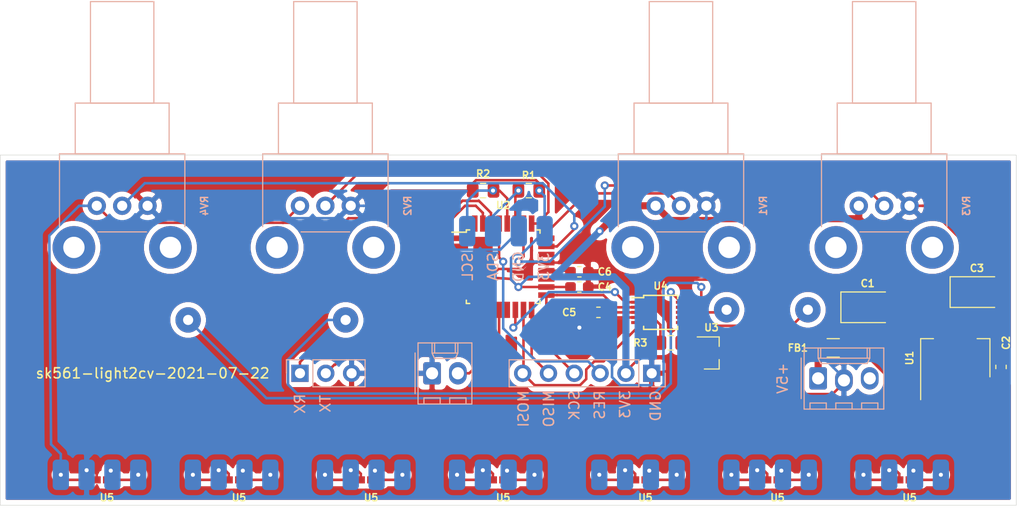
<source format=kicad_pcb>
(kicad_pcb (version 20171130) (host pcbnew "(5.1.5-0-10_14)")
  (layers (0 F.Cu signal) (31 B.Cu signal) (34 B.Paste user) (35 F.Paste user) (36 B.SilkS user) (37 F.SilkS user) (38 B.Mask user) (39 F.Mask user) (44 Edge.Cuts user))
  (net 0 "")
  (net 1 GND)
  (net 2 +5V)
  (net 3 +3V3)
  (net 4 "Net-(C6-Pad1)")
  (net 5 "Net-(FB1-Pad2)")
  (net 6 "Net-(J2-Pad2)")
  (net 7 "Net-(J3-Pad1)")
  (net 8 "Net-(J4-Pad2)")
  (net 9 "Net-(J4-Pad1)")
  (net 10 "Net-(J5-Pad1)")
  (net 11 "Net-(J6-Pad1)")
  (net 12 "Net-(J7-Pad1)")
  (net 13 /scl)
  (net 14 /sda)
  (net 15 "Net-(R3-Pad2)")
  (net 16 /b)
  (net 17 /c)
  (net 18 /d)
  (net 19 /a)
  (net 20 /reset)
  (net 21 /sck)
  (net 22 /miso)
  (net 23 /mosi)
  (net 24 /cs)
  (net 25 /scl_1)
  (net 26 /sda_1)
  (module anyma_footprints:smd-4pin (layer B.Cu) (at 154.5 146.5 270)
    (fp_text reference J9 hide)
    (fp_text value Conn_01x04)
    (pad 4 smd roundrect (at 0 -5.08 270) (size 3 1.6) (layers B.Cu B.Paste B.Mask))
    (pad 3 smd roundrect (at 0 -2.54 270) (size 3 1.6) (layers B.Cu B.Paste B.Mask))
    (pad 2 smd roundrect (at 0 0 270) (size 3 1.6) (layers B.Cu B.Paste B.Mask))
    (pad 1 smd roundrect (at 0 2.54 270) (size 3 1.6) (layers B.Cu B.Paste B.Mask))
  )
  (module anyma_footprints:VEML3328SL (layer F.Cu) (at 156 147)
    (fp_text reference U5 (at 0.5 1.75) (layer F.SilkS) (effects (font (size 0.7 0.7))))
    (fp_text value VEML3328)
    (pad 4 smd rect (at 1.4 0) (size 0.6 0.7) (layers F.Cu F.Paste F.Mask))
    (pad 3 smd rect (at 0.51 0) (size 0.8 0.7) (layers F.Cu F.Paste F.Mask))
    (pad 2 smd rect (at -0.51 0) (size 0.8 0.7) (layers F.Cu F.Paste F.Mask))
    (pad 1 smd rect (at -1.4 0) (size 0.6 0.7) (layers F.Cu F.Paste F.Mask))
  )
  (module anyma_footprints:VEML3328SL (layer F.Cu) (at 143 147)
    (fp_text reference U5 (at 0.5 1.75) (layer F.SilkS) (effects (font (size 0.7 0.7))))
    (fp_text value VEML3328)
    (pad 4 smd rect (at 1.4 0) (size 0.6 0.7) (layers F.Cu F.Paste F.Mask))
    (pad 3 smd rect (at 0.51 0) (size 0.8 0.7) (layers F.Cu F.Paste F.Mask))
    (pad 2 smd rect (at -0.51 0) (size 0.8 0.7) (layers F.Cu F.Paste F.Mask))
    (pad 1 smd rect (at -1.4 0) (size 0.6 0.7) (layers F.Cu F.Paste F.Mask))
  )
  (module anyma_footprints:smd-4pin (layer B.Cu) (at 141.5 146.5 270)
    (fp_text reference J9 hide)
    (fp_text value Conn_01x04)
    (pad 4 smd roundrect (at 0 -5.08 270) (size 3 1.6) (layers B.Cu B.Paste B.Mask))
    (pad 3 smd roundrect (at 0 -2.54 270) (size 3 1.6) (layers B.Cu B.Paste B.Mask))
    (pad 2 smd roundrect (at 0 0 270) (size 3 1.6) (layers B.Cu B.Paste B.Mask))
    (pad 1 smd roundrect (at 0 2.54 270) (size 3 1.6) (layers B.Cu B.Paste B.Mask))
  )
  (module anyma_footprints:VEML3328SL (layer F.Cu) (at 169 147)
    (fp_text reference U5 (at 0.5 1.75) (layer F.SilkS) (effects (font (size 0.7 0.7))))
    (fp_text value VEML3328)
    (pad 1 smd rect (at -1.4 0) (size 0.6 0.7) (layers F.Cu F.Paste F.Mask))
    (pad 2 smd rect (at -0.51 0) (size 0.8 0.7) (layers F.Cu F.Paste F.Mask))
    (pad 3 smd rect (at 0.51 0) (size 0.8 0.7) (layers F.Cu F.Paste F.Mask))
    (pad 4 smd rect (at 1.4 0) (size 0.6 0.7) (layers F.Cu F.Paste F.Mask))
  )
  (module anyma_footprints:smd-4pin (layer B.Cu) (at 167.5 146.5 270)
    (fp_text reference J9 hide)
    (fp_text value Conn_01x04)
    (pad 1 smd roundrect (at 0 2.54 270) (size 3 1.6) (layers B.Cu B.Paste B.Mask))
    (pad 2 smd roundrect (at 0 0 270) (size 3 1.6) (layers B.Cu B.Paste B.Mask))
    (pad 3 smd roundrect (at 0 -2.54 270) (size 3 1.6) (layers B.Cu B.Paste B.Mask))
    (pad 4 smd roundrect (at 0 -5.08 270) (size 3 1.6) (layers B.Cu B.Paste B.Mask))
  )
  (module anyma_footprints:VEML3328SL (layer F.Cu) (at 129 147)
    (fp_text reference U5 (at 0.5 1.75) (layer F.SilkS) (effects (font (size 0.7 0.7))))
    (fp_text value VEML3328)
    (pad 4 smd rect (at 1.4 0) (size 0.6 0.7) (layers F.Cu F.Paste F.Mask))
    (pad 3 smd rect (at 0.51 0) (size 0.8 0.7) (layers F.Cu F.Paste F.Mask))
    (pad 2 smd rect (at -0.51 0) (size 0.8 0.7) (layers F.Cu F.Paste F.Mask))
    (pad 1 smd rect (at -1.4 0) (size 0.6 0.7) (layers F.Cu F.Paste F.Mask))
  )
  (module anyma_footprints:smd-4pin (layer B.Cu) (at 127.5 146.5 270)
    (fp_text reference J9 hide)
    (fp_text value Conn_01x04)
    (pad 4 smd roundrect (at 0 -5.08 270) (size 3 1.6) (layers B.Cu B.Paste B.Mask))
    (pad 3 smd roundrect (at 0 -2.54 270) (size 3 1.6) (layers B.Cu B.Paste B.Mask))
    (pad 2 smd roundrect (at 0 0 270) (size 3 1.6) (layers B.Cu B.Paste B.Mask))
    (pad 1 smd roundrect (at 0 2.54 270) (size 3 1.6) (layers B.Cu B.Paste B.Mask))
  )
  (module anyma_footprints:VEML3328SL (layer F.Cu) (at 116 147)
    (fp_text reference U5 (at 0.5 1.75) (layer F.SilkS) (effects (font (size 0.7 0.7))))
    (fp_text value VEML3328)
    (pad 1 smd rect (at -1.4 0) (size 0.6 0.7) (layers F.Cu F.Paste F.Mask))
    (pad 2 smd rect (at -0.51 0) (size 0.8 0.7) (layers F.Cu F.Paste F.Mask))
    (pad 3 smd rect (at 0.51 0) (size 0.8 0.7) (layers F.Cu F.Paste F.Mask))
    (pad 4 smd rect (at 1.4 0) (size 0.6 0.7) (layers F.Cu F.Paste F.Mask))
  )
  (module anyma_footprints:smd-4pin (layer B.Cu) (at 114.5 146.5 270)
    (fp_text reference J9 hide)
    (fp_text value Conn_01x04)
    (pad 1 smd roundrect (at 0 2.54 270) (size 3 1.6) (layers B.Cu B.Paste B.Mask))
    (pad 2 smd roundrect (at 0 0 270) (size 3 1.6) (layers B.Cu B.Paste B.Mask))
    (pad 3 smd roundrect (at 0 -2.54 270) (size 3 1.6) (layers B.Cu B.Paste B.Mask))
    (pad 4 smd roundrect (at 0 -5.08 270) (size 3 1.6) (layers B.Cu B.Paste B.Mask))
  )
  (module anyma_footprints:VEML3328SL (layer F.Cu) (at 103 147)
    (fp_text reference U5 (at 0.5 1.75) (layer F.SilkS) (effects (font (size 0.7 0.7))))
    (fp_text value VEML3328)
    (pad 1 smd rect (at -1.4 0) (size 0.6 0.7) (layers F.Cu F.Paste F.Mask))
    (pad 2 smd rect (at -0.51 0) (size 0.8 0.7) (layers F.Cu F.Paste F.Mask))
    (pad 3 smd rect (at 0.51 0) (size 0.8 0.7) (layers F.Cu F.Paste F.Mask))
    (pad 4 smd rect (at 1.4 0) (size 0.6 0.7) (layers F.Cu F.Paste F.Mask))
  )
  (module anyma_footprints:smd-4pin (layer B.Cu) (at 101.5 146.5 270)
    (fp_text reference J9 hide)
    (fp_text value Conn_01x04)
    (pad 1 smd roundrect (at 0 2.54 270) (size 3 1.6) (layers B.Cu B.Paste B.Mask))
    (pad 2 smd roundrect (at 0 0 270) (size 3 1.6) (layers B.Cu B.Paste B.Mask))
    (pad 3 smd roundrect (at 0 -2.54 270) (size 3 1.6) (layers B.Cu B.Paste B.Mask))
    (pad 4 smd roundrect (at 0 -5.08 270) (size 3 1.6) (layers B.Cu B.Paste B.Mask))
  )
  (module Connector_PinHeader_2.54mm:PinHeader_1x06_P2.54mm_Vertical (layer B.Cu) (at 144.12 136.5 90)
    (fp_text reference U7 hide)
    (fp_text value AnymaISP)
    (pad 6 thru_hole oval (at 0 -12.7 90) (size 1.7 1.7) (drill 1) (layers *.Cu *.Mask) (net 23 /mosi))
    (pad 5 thru_hole oval (at 0 -10.16 90) (size 1.7 1.7) (drill 1) (layers *.Cu *.Mask) (net 22 /miso))
    (pad 4 thru_hole oval (at 0 -7.62 90) (size 1.7 1.7) (drill 1) (layers *.Cu *.Mask) (net 21 /sck))
    (pad 3 thru_hole oval (at 0 -5.08 90) (size 1.7 1.7) (drill 1) (layers *.Cu *.Mask) (net 20 /reset))
    (pad 2 thru_hole oval (at 0 -2.54 90) (size 1.7 1.7) (drill 1) (layers *.Cu *.Mask) (net 3 +3V3))
    (pad 1 thru_hole rect (at 0 0 90) (size 1.7 1.7) (drill 1) (layers *.Cu *.Mask) (net 1 GND))
  )
  (module anyma_footprints:VEML3328SL (layer F.Cu) (at 90 147)
    (fp_text reference U5 (at 0.5 1.75) (layer F.SilkS) (effects (font (size 0.7 0.7))))
    (fp_text value VEML3328)
    (pad 4 smd rect (at 1.4 0) (size 0.6 0.7) (layers F.Cu F.Paste F.Mask) (net 13 /scl))
    (pad 3 smd rect (at 0.51 0) (size 0.8 0.7) (layers F.Cu F.Paste F.Mask) (net 14 /sda))
    (pad 2 smd rect (at -0.51 0) (size 0.8 0.7) (layers F.Cu F.Paste F.Mask) (net 1 GND))
    (pad 1 smd rect (at -1.4 0) (size 0.6 0.7) (layers F.Cu F.Paste F.Mask) (net 3 +3V3))
  )
  (module Package_SO:MSOP-10_3x3mm_P0.5mm (layer F.Cu) (at 145 130.5)
    (fp_text reference U4 (at 0 -2.6) (layer F.SilkS) (effects (font (size 0.7 0.7))))
    (fp_text value MAX5741)
    (pad 10 smd rect (at 2.2 -1) (size 1.4 0.3) (layers F.Cu F.Paste F.Mask) (net 12 "Net-(J7-Pad1)"))
    (pad 9 smd rect (at 2.2 -0.5) (size 1.4 0.3) (layers F.Cu F.Paste F.Mask) (net 11 "Net-(J6-Pad1)"))
    (pad 8 smd rect (at 2.2 0) (size 1.4 0.3) (layers F.Cu F.Paste F.Mask) (net 10 "Net-(J5-Pad1)"))
    (pad 7 smd rect (at 2.2 0.5) (size 1.4 0.3) (layers F.Cu F.Paste F.Mask) (net 7 "Net-(J3-Pad1)"))
    (pad 6 smd rect (at 2.2 1) (size 1.4 0.3) (layers F.Cu F.Paste F.Mask) (net 15 "Net-(R3-Pad2)"))
    (pad 5 smd rect (at -2.2 1) (size 1.4 0.3) (layers F.Cu F.Paste F.Mask) (net 23 /mosi))
    (pad 4 smd rect (at -2.2 0.5) (size 1.4 0.3) (layers F.Cu F.Paste F.Mask) (net 1 GND))
    (pad 3 smd rect (at -2.2 0) (size 1.4 0.3) (layers F.Cu F.Paste F.Mask) (net 3 +3V3))
    (pad 2 smd rect (at -2.2 -0.5) (size 1.4 0.3) (layers F.Cu F.Paste F.Mask) (net 21 /sck))
    (pad 1 smd rect (at -2.2 -1) (size 1.4 0.3) (layers F.Cu F.Paste F.Mask) (net 24 /cs))
  )
  (module synkie_footprints:SOT-23 (layer F.Cu) (at 150 134.5)
    (fp_text reference U3 (at 0 -2.5) (layer F.SilkS) (effects (font (size 0.7 0.7))))
    (fp_text value ADR510)
    (pad 3 smd rect (at 1 0) (size 0.9 0.8) (layers F.Cu F.Paste F.Mask))
    (pad 2 smd rect (at -1 0.95) (size 0.9 0.8) (layers F.Cu F.Paste F.Mask) (net 1 GND))
    (pad 1 smd rect (at -1 -0.95) (size 0.9 0.8) (layers F.Cu F.Paste F.Mask) (net 15 "Net-(R3-Pad2)"))
  )
  (module Package_QFP:TQFP-32_7x7mm_P0.8mm (layer F.Cu) (at 129.5 126)
    (fp_text reference U2 (at 0 -6.05) (layer F.SilkS) (effects (font (size 0.7 0.7))))
    (fp_text value ATmega88-20AU)
    (pad 32 smd rect (at -2.8 -4.25 90) (size 1.6 0.55) (layers F.Cu F.Paste F.Mask))
    (pad 31 smd rect (at -2 -4.25 90) (size 1.6 0.55) (layers F.Cu F.Paste F.Mask) (net 8 "Net-(J4-Pad2)"))
    (pad 30 smd rect (at -1.2 -4.25 90) (size 1.6 0.55) (layers F.Cu F.Paste F.Mask) (net 9 "Net-(J4-Pad1)"))
    (pad 29 smd rect (at -0.4 -4.25 90) (size 1.6 0.55) (layers F.Cu F.Paste F.Mask) (net 20 /reset))
    (pad 28 smd rect (at 0.4 -4.25 90) (size 1.6 0.55) (layers F.Cu F.Paste F.Mask) (net 25 /scl_1))
    (pad 27 smd rect (at 1.2 -4.25 90) (size 1.6 0.55) (layers F.Cu F.Paste F.Mask) (net 26 /sda_1))
    (pad 26 smd rect (at 2 -4.25 90) (size 1.6 0.55) (layers F.Cu F.Paste F.Mask) (net 18 /d))
    (pad 25 smd rect (at 2.8 -4.25 90) (size 1.6 0.55) (layers F.Cu F.Paste F.Mask) (net 17 /c))
    (pad 24 smd rect (at 4.25 -2.8) (size 1.6 0.55) (layers F.Cu F.Paste F.Mask) (net 16 /b))
    (pad 23 smd rect (at 4.25 -2) (size 1.6 0.55) (layers F.Cu F.Paste F.Mask) (net 19 /a))
    (pad 22 smd rect (at 4.25 -1.2) (size 1.6 0.55) (layers F.Cu F.Paste F.Mask))
    (pad 21 smd rect (at 4.25 -0.4) (size 1.6 0.55) (layers F.Cu F.Paste F.Mask) (net 1 GND))
    (pad 20 smd rect (at 4.25 0.4) (size 1.6 0.55) (layers F.Cu F.Paste F.Mask) (net 4 "Net-(C6-Pad1)"))
    (pad 19 smd rect (at 4.25 1.2) (size 1.6 0.55) (layers F.Cu F.Paste F.Mask))
    (pad 18 smd rect (at 4.25 2) (size 1.6 0.55) (layers F.Cu F.Paste F.Mask) (net 3 +3V3))
    (pad 17 smd rect (at 4.25 2.8) (size 1.6 0.55) (layers F.Cu F.Paste F.Mask) (net 21 /sck))
    (pad 16 smd rect (at 2.8 4.25 90) (size 1.6 0.55) (layers F.Cu F.Paste F.Mask) (net 22 /miso))
    (pad 15 smd rect (at 2 4.25 90) (size 1.6 0.55) (layers F.Cu F.Paste F.Mask) (net 23 /mosi))
    (pad 14 smd rect (at 1.2 4.25 90) (size 1.6 0.55) (layers F.Cu F.Paste F.Mask) (net 24 /cs))
    (pad 13 smd rect (at 0.4 4.25 90) (size 1.6 0.55) (layers F.Cu F.Paste F.Mask))
    (pad 12 smd rect (at -0.4 4.25 90) (size 1.6 0.55) (layers F.Cu F.Paste F.Mask) (net 6 "Net-(J2-Pad2)"))
    (pad 11 smd rect (at -1.2 4.25 90) (size 1.6 0.55) (layers F.Cu F.Paste F.Mask))
    (pad 10 smd rect (at -2 4.25 90) (size 1.6 0.55) (layers F.Cu F.Paste F.Mask))
    (pad 9 smd rect (at -2.8 4.25 90) (size 1.6 0.55) (layers F.Cu F.Paste F.Mask))
    (pad 8 smd rect (at -4.25 2.8) (size 1.6 0.55) (layers F.Cu F.Paste F.Mask))
    (pad 7 smd rect (at -4.25 2) (size 1.6 0.55) (layers F.Cu F.Paste F.Mask))
    (pad 6 smd rect (at -4.25 1.2) (size 1.6 0.55) (layers F.Cu F.Paste F.Mask) (net 3 +3V3))
    (pad 5 smd rect (at -4.25 0.4) (size 1.6 0.55) (layers F.Cu F.Paste F.Mask) (net 1 GND))
    (pad 4 smd rect (at -4.25 -0.4) (size 1.6 0.55) (layers F.Cu F.Paste F.Mask) (net 3 +3V3))
    (pad 3 smd rect (at -4.25 -1.2) (size 1.6 0.55) (layers F.Cu F.Paste F.Mask) (net 1 GND))
    (pad 2 smd rect (at -4.25 -2) (size 1.6 0.55) (layers F.Cu F.Paste F.Mask))
    (pad 1 smd rect (at -4.25 -2.8) (size 1.6 0.55) (layers F.Cu F.Paste F.Mask))
  )
  (module Package_TO_SOT_SMD:SOT-223-3_TabPin2 (layer F.Cu) (at 174 135 90)
    (fp_text reference U1 (at 0 -4.5 90) (layer F.SilkS) (effects (font (size 0.7 0.7))))
    (fp_text value AZ1117-3.3)
    (pad 1 smd rect (at -3.15 -2.3 90) (size 2 1.5) (layers F.Cu F.Paste F.Mask) (net 1 GND))
    (pad 3 smd rect (at -3.15 2.3 90) (size 2 1.5) (layers F.Cu F.Paste F.Mask) (net 2 +5V))
    (pad 2 smd rect (at -3.15 0 90) (size 2 1.5) (layers F.Cu F.Paste F.Mask) (net 3 +3V3))
    (pad 2 smd rect (at 3.15 0 90) (size 2 3.8) (layers F.Cu F.Paste F.Mask) (net 3 +3V3))
  )
  (module synkie_footprints:Potentiometer_Alps_RK09L_Single_Horizontal (layer B.Cu) (at 89.5 120 90)
    (fp_text reference RV4 (at 0 10.6 270) (layer B.SilkS) (effects (font (size 0.7 0.7)) (justify mirror)))
    (fp_text value R_POT)
    (pad "" thru_hole circle (at -4.1 -2.25 90) (size 4.2 4.2) (drill 2.1) (layers *.Cu *.Mask))
    (pad "" thru_hole circle (at -4.1 7.25 90) (size 4.2 4.2) (drill 2.1) (layers *.Cu *.Mask))
    (pad 1 thru_hole circle (at 0 0 90) (size 1.8 1.8) (drill 1) (layers *.Cu *.Mask) (net 3 +3V3))
    (pad 2 thru_hole circle (at 0 2.5 90) (size 1.8 1.8) (drill 1) (layers *.Cu *.Mask) (net 19 /a))
    (pad 3 thru_hole circle (at 0 5 90) (size 1.8 1.8) (drill 1) (layers *.Cu *.Mask) (net 1 GND))
  )
  (module synkie_footprints:Potentiometer_Alps_RK09L_Single_Horizontal (layer B.Cu) (at 164.5 120 90)
    (fp_text reference RV3 (at 0 10.6 270) (layer B.SilkS) (effects (font (size 0.7 0.7)) (justify mirror)))
    (fp_text value R_POT)
    (pad "" thru_hole circle (at -4.1 -2.25 90) (size 4.2 4.2) (drill 2.1) (layers *.Cu *.Mask))
    (pad "" thru_hole circle (at -4.1 7.25 90) (size 4.2 4.2) (drill 2.1) (layers *.Cu *.Mask))
    (pad 1 thru_hole circle (at 0 0 90) (size 1.8 1.8) (drill 1) (layers *.Cu *.Mask) (net 3 +3V3))
    (pad 2 thru_hole circle (at 0 2.5 90) (size 1.8 1.8) (drill 1) (layers *.Cu *.Mask) (net 18 /d))
    (pad 3 thru_hole circle (at 0 5 90) (size 1.8 1.8) (drill 1) (layers *.Cu *.Mask) (net 1 GND))
  )
  (module synkie_footprints:Potentiometer_Alps_RK09L_Single_Horizontal (layer B.Cu) (at 109.5 120 90)
    (fp_text reference RV2 (at 0 10.6 270) (layer B.SilkS) (effects (font (size 0.7 0.7)) (justify mirror)))
    (fp_text value R_POT)
    (pad "" thru_hole circle (at -4.1 -2.25 90) (size 4.2 4.2) (drill 2.1) (layers *.Cu *.Mask))
    (pad "" thru_hole circle (at -4.1 7.25 90) (size 4.2 4.2) (drill 2.1) (layers *.Cu *.Mask))
    (pad 1 thru_hole circle (at 0 0 90) (size 1.8 1.8) (drill 1) (layers *.Cu *.Mask) (net 3 +3V3))
    (pad 2 thru_hole circle (at 0 2.5 90) (size 1.8 1.8) (drill 1) (layers *.Cu *.Mask) (net 17 /c))
    (pad 3 thru_hole circle (at 0 5 90) (size 1.8 1.8) (drill 1) (layers *.Cu *.Mask) (net 1 GND))
  )
  (module synkie_footprints:Potentiometer_Alps_RK09L_Single_Horizontal (layer B.Cu) (at 144.5 120 90)
    (fp_text reference RV1 (at 0 10.6 270) (layer B.SilkS) (effects (font (size 0.7 0.7)) (justify mirror)))
    (fp_text value R_POT)
    (pad "" thru_hole circle (at -4.1 -2.25 90) (size 4.2 4.2) (drill 2.1) (layers *.Cu *.Mask))
    (pad "" thru_hole circle (at -4.1 7.25 90) (size 4.2 4.2) (drill 2.1) (layers *.Cu *.Mask))
    (pad 1 thru_hole circle (at 0 0 90) (size 1.8 1.8) (drill 1) (layers *.Cu *.Mask) (net 3 +3V3))
    (pad 2 thru_hole circle (at 0 2.5 90) (size 1.8 1.8) (drill 1) (layers *.Cu *.Mask) (net 16 /b))
    (pad 3 thru_hole circle (at 0 5 90) (size 1.8 1.8) (drill 1) (layers *.Cu *.Mask) (net 1 GND))
  )
  (module synkie_footprints:R_0805_2012Metric_Pad1.15x1.40mm_HandSolder (layer F.Cu) (at 146 133.5)
    (fp_text reference R3 (at -3 0) (layer F.SilkS) (effects (font (size 0.7 0.7))))
    (fp_text value 560)
    (pad 2 smd roundrect (at 1.025 0) (size 1.15 1.4) (layers F.Cu F.Paste F.Mask) (roundrect_rratio 0.217391) (net 15 "Net-(R3-Pad2)"))
    (pad 1 smd roundrect (at -1.025 0) (size 1.15 1.4) (layers F.Cu F.Paste F.Mask) (roundrect_rratio 0.217391) (net 3 +3V3))
  )
  (module synkie_footprints:R_0805_2012Metric_Pad1.15x1.40mm_HandSolder (layer F.Cu) (at 127.525 118.5)
    (fp_text reference R2 (at 0 -1.65) (layer F.SilkS) (effects (font (size 0.7 0.7))))
    (fp_text value 4k7)
    (pad 2 smd roundrect (at 1.025 0) (size 1.15 1.4) (layers F.Cu F.Paste F.Mask) (roundrect_rratio 0.217391) (net 25 /scl_1))
    (pad 1 smd roundrect (at -1.025 0) (size 1.15 1.4) (layers F.Cu F.Paste F.Mask) (roundrect_rratio 0.217391) (net 3 +3V3))
  )
  (module synkie_footprints:R_0805_2012Metric_Pad1.15x1.40mm_HandSolder (layer F.Cu) (at 132.025 118.5 180)
    (fp_text reference R1 (at 0 1.5) (layer F.SilkS) (effects (font (size 0.7 0.7))))
    (fp_text value 4k7)
    (pad 2 smd roundrect (at 1.025 0 180) (size 1.15 1.4) (layers F.Cu F.Paste F.Mask) (roundrect_rratio 0.217391) (net 26 /sda_1))
    (pad 1 smd roundrect (at -1.025 0 180) (size 1.15 1.4) (layers F.Cu F.Paste F.Mask) (roundrect_rratio 0.217391) (net 3 +3V3))
  )
  (module anyma_footprints:smd-4pin (layer B.Cu) (at 88.5 146.5 270)
    (fp_text reference J9 hide)
    (fp_text value Conn_01x04)
    (pad 4 smd roundrect (at 0 -5.08 270) (size 3 1.6) (layers B.Cu B.Paste B.Mask) (net 13 /scl))
    (pad 3 smd roundrect (at 0 -2.54 270) (size 3 1.6) (layers B.Cu B.Paste B.Mask) (net 14 /sda))
    (pad 2 smd roundrect (at 0 0 270) (size 3 1.6) (layers B.Cu B.Paste B.Mask) (net 1 GND))
    (pad 1 smd roundrect (at 0 2.54 270) (size 3 1.6) (layers B.Cu B.Paste B.Mask) (net 3 +3V3))
  )
  (module anyma_footprints:smd-4pin (layer B.Cu) (at 131.04 122.5 90)
    (fp_text reference J8 hide)
    (fp_text value int)
    (pad 4 smd roundrect (at 0 -5.08 90) (size 3 1.6) (layers B.Cu B.Paste B.Mask) (net 25 /scl_1))
    (pad 3 smd roundrect (at 0 -2.54 90) (size 3 1.6) (layers B.Cu B.Paste B.Mask) (net 26 /sda_1))
    (pad 2 smd roundrect (at 0 0 90) (size 3 1.6) (layers B.Cu B.Paste B.Mask) (net 1 GND))
    (pad 1 smd roundrect (at 0 2.54 90) (size 3 1.6) (layers B.Cu B.Paste B.Mask) (net 3 +3V3))
  )
  (module synkie_footprints:Solderpad_1mm (layer F.Cu) (at 99 131.5)
    (fp_text reference J7 hide)
    (fp_text value Conn_01x01)
    (pad 1 thru_hole circle (at -0.508 -0.254) (size 2.5 2.5) (drill 1) (layers *.Cu *.Mask) (net 12 "Net-(J7-Pad1)"))
  )
  (module synkie_footprints:Solderpad_1mm (layer F.Cu) (at 114.5 131.5)
    (fp_text reference J6 hide)
    (fp_text value Conn_01x01)
    (pad 1 thru_hole circle (at -0.508 -0.254) (size 2.5 2.5) (drill 1) (layers *.Cu *.Mask) (net 11 "Net-(J6-Pad1)"))
  )
  (module synkie_footprints:Solderpad_1mm (layer F.Cu) (at 152 130.5)
    (fp_text reference J5 hide)
    (fp_text value Conn_01x01)
    (pad 1 thru_hole circle (at -0.508 -0.254) (size 2.5 2.5) (drill 1) (layers *.Cu *.Mask) (net 10 "Net-(J5-Pad1)"))
  )
  (module synkie_footprints:PinHeader_1x03_P2.54mm_Vertical (layer B.Cu) (at 109.5 136.5 270)
    (fp_text reference J4 hide)
    (fp_text value Serial)
    (pad 3 thru_hole oval (at 0 -5.08 270) (size 1.7 1.7) (drill 1) (layers *.Cu *.Mask) (net 1 GND))
    (pad 2 thru_hole oval (at 0 -2.54 270) (size 1.7 1.7) (drill 1) (layers *.Cu *.Mask) (net 8 "Net-(J4-Pad2)"))
    (pad 1 thru_hole rect (at 0 0 270) (size 1.7 1.7) (drill 1) (layers *.Cu *.Mask) (net 9 "Net-(J4-Pad1)"))
  )
  (module synkie_footprints:Solderpad_1mm (layer F.Cu) (at 160 130.5)
    (fp_text reference J3 hide)
    (fp_text value Conn_01x01)
    (pad 1 thru_hole circle (at -0.508 -0.254) (size 2.5 2.5) (drill 1) (layers *.Cu *.Mask) (net 7 "Net-(J3-Pad1)"))
  )
  (module synkie_footprints:Molex_KK-254_AE-6410-02A_1x02_P2.54mm_Vertical (layer B.Cu) (at 122.5 136.5)
    (fp_text reference J2 hide)
    (fp_text value switch)
    (pad 2 thru_hole oval (at 2.54 0) (size 1.74 2.2) (drill 1.2) (layers *.Cu *.Mask) (net 6 "Net-(J2-Pad2)"))
    (pad 1 thru_hole roundrect (at 0 0) (size 1.74 2.2) (drill 1.2) (layers *.Cu *.Mask) (roundrect_rratio 0.143678) (net 1 GND))
  )
  (module synkie_footprints:Molex_KK-254_AE-6410-03A_1x03_P2.54mm_Vertical (layer B.Cu) (at 160.5 137)
    (fp_text reference J1 hide)
    (fp_text value Conn_01x03)
    (pad 3 thru_hole oval (at 5.08 0) (size 1.74 2.2) (drill 1.2) (layers *.Cu *.Mask))
    (pad 2 thru_hole oval (at 2.54 0.2) (size 1.74 2.2) (drill 1.2) (layers *.Cu *.Mask) (net 1 GND))
    (pad 1 thru_hole roundrect (at 0 0) (size 1.74 2.2) (drill 1.2) (layers *.Cu *.Mask) (roundrect_rratio 0.143678) (net 5 "Net-(FB1-Pad2)"))
  )
  (module synkie_footprints:L_1206_3216Metric_Pad1.42x1.75mm_HandSolder (layer F.Cu) (at 161.9875 134 180)
    (fp_text reference FB1 (at 3.4875 0) (layer F.SilkS) (effects (font (size 0.7 0.7))))
    (fp_text value Ferrite_Bead)
    (pad 2 smd roundrect (at 1.4875 0 180) (size 1.425 1.75) (layers F.Cu F.Paste F.Mask) (roundrect_rratio 0.175439) (net 5 "Net-(FB1-Pad2)"))
    (pad 1 smd roundrect (at -1.4875 0 180) (size 1.425 1.75) (layers F.Cu F.Paste F.Mask) (roundrect_rratio 0.175439) (net 2 +5V))
  )
  (module synkie_footprints:C_0603_1608Metric_Pad1.05x0.95mm_HandSolder (layer F.Cu) (at 137 126.5)
    (fp_text reference C6 (at 2.5 0) (layer F.SilkS) (effects (font (size 0.7 0.7))))
    (fp_text value 100n)
    (pad 2 smd roundrect (at 0.875 0) (size 1.05 0.95) (layers F.Cu F.Paste F.Mask) (net 1 GND))
    (pad 1 smd roundrect (at -0.875 0) (size 1.05 0.95) (layers F.Cu F.Paste F.Mask) (net 4 "Net-(C6-Pad1)"))
  )
  (module synkie_footprints:C_0603_1608Metric_Pad1.05x0.95mm_HandSolder (layer F.Cu) (at 138.875 130.5 180)
    (fp_text reference C5 (at 2.875 0) (layer F.SilkS) (effects (font (size 0.7 0.7))))
    (fp_text value 100n)
    (pad 2 smd roundrect (at 0.875 0 180) (size 1.05 0.95) (layers F.Cu F.Paste F.Mask) (net 1 GND))
    (pad 1 smd roundrect (at -0.875 0 180) (size 1.05 0.95) (layers F.Cu F.Paste F.Mask) (net 3 +3V3))
  )
  (module synkie_footprints:C_0603_1608Metric_Pad1.05x0.95mm_HandSolder (layer F.Cu) (at 137 128)
    (fp_text reference C4 (at 2.5 0) (layer F.SilkS) (effects (font (size 0.7 0.7))))
    (fp_text value 100n)
    (pad 2 smd roundrect (at 0.875 0) (size 1.05 0.95) (layers F.Cu F.Paste F.Mask) (net 1 GND))
    (pad 1 smd roundrect (at -0.875 0) (size 1.05 0.95) (layers F.Cu F.Paste F.Mask) (net 3 +3V3))
  )
  (module synkie_footprints:CP_EIA-3528-21_Kemet-B_Pad1.50x2.35mm_HandSolder (layer F.Cu) (at 176.125 128.5)
    (fp_text reference C3 (at 0 -2.35) (layer F.SilkS) (effects (font (size 0.7 0.7))))
    (fp_text value 10u)
    (pad 2 smd roundrect (at 1.625 0) (size 1.5 2.35) (layers F.Cu F.Paste F.Mask) (roundrect_rratio 0.166667) (net 1 GND))
    (pad 1 smd roundrect (at -1.625 0) (size 1.5 2.35) (layers F.Cu F.Paste F.Mask) (roundrect_rratio 0.166667) (net 3 +3V3))
  )
  (module synkie_footprints:C_0603_1608Metric_Pad1.05x0.95mm_HandSolder (layer F.Cu) (at 178.5 135.875 90)
    (fp_text reference C2 (at 2.375 0.5 90) (layer F.SilkS) (effects (font (size 0.7 0.7))))
    (fp_text value 100n)
    (pad 2 smd roundrect (at 0.875 0 90) (size 1.05 0.95) (layers F.Cu F.Paste F.Mask) (net 1 GND))
    (pad 1 smd roundrect (at -0.875 0 90) (size 1.05 0.95) (layers F.Cu F.Paste F.Mask) (net 2 +5V))
  )
  (module synkie_footprints:CP_EIA-3528-21_Kemet-B_Pad1.50x2.35mm_HandSolder (layer F.Cu) (at 165.375 130)
    (fp_text reference C1 (at 0 -2.35) (layer F.SilkS) (effects (font (size 0.7 0.7))))
    (fp_text value 10u)
    (pad 2 smd roundrect (at 1.625 0) (size 1.5 2.35) (layers F.Cu F.Paste F.Mask) (roundrect_rratio 0.166667) (net 1 GND))
    (pad 1 smd roundrect (at -1.625 0) (size 1.5 2.35) (layers F.Cu F.Paste F.Mask) (roundrect_rratio 0.166667) (net 2 +5V))
  )
  (gr_line (start 180 115) (end 180 149.5) (layer Edge.Cuts) (width 0.05))
  (gr_line (start 80 115) (end 80 149.5) (layer Edge.Cuts) (width 0.05))
  (gr_text GND (at 144.5 139.714286 90) (layer B.SilkS) (effects (font (size 1 1)) (justify mirror)))
  (gr_text 3V3 (at 141.5 139.571429 90) (layer B.SilkS) (effects (font (size 1 1)) (justify mirror)))
  (gr_text RES (at 139 139.619048 90) (layer B.SilkS) (effects (font (size 1 1)) (justify mirror)))
  (gr_text SCK (at 136.5 139.666667 90) (layer B.SilkS) (effects (font (size 1 1)) (justify mirror)))
  (gr_text MISO (at 134 140 90) (layer B.SilkS) (effects (font (size 1 1)) (justify mirror)))
  (gr_text MOSI (at 131.5 140 90) (layer B.SilkS) (effects (font (size 1 1)) (justify mirror)))
  (gr_text 3V3 (at 133.5 126 90) (layer B.SilkS) (effects (font (size 1 1)) (justify mirror)))
  (gr_text GND (at 131 126 90) (layer B.SilkS) (effects (font (size 1 1)) (justify mirror)))
  (gr_text SDA (at 128.5 126 90) (layer B.SilkS) (effects (font (size 1 1)) (justify mirror)))
  (gr_text SCL (at 126 126 90) (layer B.SilkS) (effects (font (size 1 1)) (justify mirror)))
  (gr_text TX (at 112 139.5 90) (layer B.SilkS) (effects (font (size 1 1)) (justify mirror)))
  (gr_text RX (at 109.5 139.5 90) (layer B.SilkS) (effects (font (size 1 1)) (justify mirror)))
  (gr_text +5V (at 157 137 90) (layer B.SilkS) (effects (font (size 1 1)) (justify mirror)))
  (gr_text sk561-light2cv-2021-07-22 (at 95 136.5) (layer F.SilkS) (effects (font (size 1 1))))
  (gr_line (start 180 149.5) (end 80 149.5) (layer Edge.Cuts) (width 0.05))
  (gr_line (start 80 115) (end 180 115) (layer Edge.Cuts) (width 0.05))
  (segment (start 102.139998 146.049998) (end 101.5 146.049998) (width 0.25) (layer F.Cu) (net 0))
  (segment (start 102.49 147) (end 102.49 146.4) (width 0.25) (layer F.Cu) (net 0))
  (segment (start 102.49 146.4) (end 102.139998 146.049998) (width 0.25) (layer F.Cu) (net 0))
  (via (at 101.5 146.049998) (size 0.8) (drill 0.4) (layers F.Cu B.Cu) (net 0))
  (segment (start 101.6 147) (end 99.46 147) (width 0.25) (layer F.Cu) (net 0))
  (segment (start 99.46 147) (end 98.96 146.5) (width 0.25) (layer F.Cu) (net 0))
  (via (at 98.96 146.5) (size 0.8) (drill 0.4) (layers F.Cu B.Cu) (net 0))
  (segment (start 104.4 147) (end 106.08 147) (width 0.25) (layer F.Cu) (net 0))
  (via (at 106.58 146.5) (size 0.8) (drill 0.4) (layers F.Cu B.Cu) (net 0))
  (segment (start 106.08 147) (end 106.58 146.5) (width 0.25) (layer F.Cu) (net 0))
  (via (at 103.877165 146.092912) (size 0.8) (drill 0.4) (layers F.Cu B.Cu) (net 0))
  (segment (start 103.51 147) (end 103.51 146.460077) (width 0.25) (layer F.Cu) (net 0))
  (segment (start 103.51 146.460077) (end 103.877165 146.092912) (width 0.25) (layer F.Cu) (net 0))
  (via (at 127.5 146.049998) (size 0.8) (drill 0.4) (layers F.Cu B.Cu) (net 0))
  (via (at 129.877165 146.092912) (size 0.8) (drill 0.4) (layers F.Cu B.Cu) (net 0))
  (via (at 132.58 146.5) (size 0.8) (drill 0.4) (layers F.Cu B.Cu) (net 0))
  (segment (start 129.51 146.460077) (end 129.877165 146.092912) (width 0.25) (layer F.Cu) (net 0))
  (segment (start 128.49 146.4) (end 128.139998 146.049998) (width 0.25) (layer F.Cu) (net 0))
  (segment (start 128.49 147) (end 128.49 146.4) (width 0.25) (layer F.Cu) (net 0))
  (segment (start 129.51 147) (end 129.51 146.460077) (width 0.25) (layer F.Cu) (net 0))
  (segment (start 132.08 147) (end 132.58 146.5) (width 0.25) (layer F.Cu) (net 0))
  (segment (start 130.4 147) (end 132.08 147) (width 0.25) (layer F.Cu) (net 0))
  (segment (start 125.46 147) (end 124.96 146.5) (width 0.25) (layer F.Cu) (net 0))
  (segment (start 128.139998 146.049998) (end 127.5 146.049998) (width 0.25) (layer F.Cu) (net 0))
  (via (at 124.96 146.5) (size 0.8) (drill 0.4) (layers F.Cu B.Cu) (net 0))
  (segment (start 127.6 147) (end 125.46 147) (width 0.25) (layer F.Cu) (net 0))
  (segment (start 115.139998 146.049998) (end 114.5 146.049998) (width 0.25) (layer F.Cu) (net 0))
  (segment (start 115.49 147) (end 115.49 146.4) (width 0.25) (layer F.Cu) (net 0))
  (segment (start 115.49 146.4) (end 115.139998 146.049998) (width 0.25) (layer F.Cu) (net 0))
  (via (at 114.5 146.049998) (size 0.8) (drill 0.4) (layers F.Cu B.Cu) (net 0))
  (segment (start 114.6 147) (end 112.46 147) (width 0.25) (layer F.Cu) (net 0))
  (segment (start 112.46 147) (end 111.96 146.5) (width 0.25) (layer F.Cu) (net 0))
  (via (at 111.96 146.5) (size 0.8) (drill 0.4) (layers F.Cu B.Cu) (net 0))
  (segment (start 117.4 147) (end 119.08 147) (width 0.25) (layer F.Cu) (net 0))
  (via (at 119.58 146.5) (size 0.8) (drill 0.4) (layers F.Cu B.Cu) (net 0))
  (segment (start 119.08 147) (end 119.58 146.5) (width 0.25) (layer F.Cu) (net 0))
  (via (at 116.877165 146.092912) (size 0.8) (drill 0.4) (layers F.Cu B.Cu) (net 0))
  (segment (start 116.51 147) (end 116.51 146.460077) (width 0.25) (layer F.Cu) (net 0))
  (segment (start 116.51 146.460077) (end 116.877165 146.092912) (width 0.25) (layer F.Cu) (net 0))
  (via (at 172.58 146.5) (size 0.8) (drill 0.4) (layers F.Cu B.Cu) (net 0))
  (segment (start 168.139998 146.049998) (end 167.5 146.049998) (width 0.25) (layer F.Cu) (net 0))
  (segment (start 172.08 147) (end 172.58 146.5) (width 0.25) (layer F.Cu) (net 0))
  (segment (start 156.51 147) (end 156.51 146.460077) (width 0.25) (layer F.Cu) (net 0))
  (segment (start 168.49 146.4) (end 168.139998 146.049998) (width 0.25) (layer F.Cu) (net 0))
  (segment (start 167.6 147) (end 165.46 147) (width 0.25) (layer F.Cu) (net 0))
  (segment (start 170.4 147) (end 172.08 147) (width 0.25) (layer F.Cu) (net 0))
  (via (at 167.5 146.049998) (size 0.8) (drill 0.4) (layers F.Cu B.Cu) (net 0))
  (segment (start 168.49 147) (end 168.49 146.4) (width 0.25) (layer F.Cu) (net 0))
  (segment (start 154.6 147) (end 152.46 147) (width 0.25) (layer F.Cu) (net 0))
  (segment (start 165.46 147) (end 164.96 146.5) (width 0.25) (layer F.Cu) (net 0))
  (segment (start 159.08 147) (end 159.58 146.5) (width 0.25) (layer F.Cu) (net 0))
  (segment (start 169.51 146.460077) (end 169.877165 146.092912) (width 0.25) (layer F.Cu) (net 0))
  (segment (start 155.139998 146.049998) (end 154.5 146.049998) (width 0.25) (layer F.Cu) (net 0))
  (segment (start 155.49 147) (end 155.49 146.4) (width 0.25) (layer F.Cu) (net 0))
  (via (at 154.5 146.049998) (size 0.8) (drill 0.4) (layers F.Cu B.Cu) (net 0))
  (segment (start 155.49 146.4) (end 155.139998 146.049998) (width 0.25) (layer F.Cu) (net 0))
  (segment (start 156.51 146.460077) (end 156.877165 146.092912) (width 0.25) (layer F.Cu) (net 0))
  (via (at 151.96 146.5) (size 0.8) (drill 0.4) (layers F.Cu B.Cu) (net 0))
  (via (at 156.877165 146.092912) (size 0.8) (drill 0.4) (layers F.Cu B.Cu) (net 0))
  (via (at 159.58 146.5) (size 0.8) (drill 0.4) (layers F.Cu B.Cu) (net 0))
  (segment (start 157.4 147) (end 159.08 147) (width 0.25) (layer F.Cu) (net 0))
  (segment (start 152.46 147) (end 151.96 146.5) (width 0.25) (layer F.Cu) (net 0))
  (via (at 164.96 146.5) (size 0.8) (drill 0.4) (layers F.Cu B.Cu) (net 0))
  (via (at 169.877165 146.092912) (size 0.8) (drill 0.4) (layers F.Cu B.Cu) (net 0))
  (segment (start 169.51 147) (end 169.51 146.460077) (width 0.25) (layer F.Cu) (net 0))
  (via (at 141.5 146.049998) (size 0.8) (drill 0.4) (layers F.Cu B.Cu) (net 0))
  (via (at 143.877165 146.092912) (size 0.8) (drill 0.4) (layers F.Cu B.Cu) (net 0))
  (via (at 146.58 146.5) (size 0.8) (drill 0.4) (layers F.Cu B.Cu) (net 0))
  (segment (start 143.51 146.460077) (end 143.877165 146.092912) (width 0.25) (layer F.Cu) (net 0))
  (segment (start 142.49 146.4) (end 142.139998 146.049998) (width 0.25) (layer F.Cu) (net 0))
  (segment (start 142.49 147) (end 142.49 146.4) (width 0.25) (layer F.Cu) (net 0))
  (segment (start 143.51 147) (end 143.51 146.460077) (width 0.25) (layer F.Cu) (net 0))
  (segment (start 146.08 147) (end 146.58 146.5) (width 0.25) (layer F.Cu) (net 0))
  (segment (start 144.4 147) (end 146.08 147) (width 0.25) (layer F.Cu) (net 0))
  (segment (start 139.46 147) (end 138.96 146.5) (width 0.25) (layer F.Cu) (net 0))
  (segment (start 142.139998 146.049998) (end 141.5 146.049998) (width 0.25) (layer F.Cu) (net 0))
  (via (at 138.96 146.5) (size 0.8) (drill 0.4) (layers F.Cu B.Cu) (net 0))
  (segment (start 141.6 147) (end 139.46 147) (width 0.25) (layer F.Cu) (net 0))
  (via (at 88.5 146.049998) (size 0.8) (drill 0.4) (layers F.Cu B.Cu) (net 1))
  (segment (start 89.139998 146.049998) (end 88.5 146.049998) (width 0.25) (layer F.Cu) (net 1))
  (segment (start 89.49 146.4) (end 89.139998 146.049998) (width 0.25) (layer F.Cu) (net 1))
  (segment (start 89.49 147) (end 89.49 146.4) (width 0.25) (layer F.Cu) (net 1))
  (segment (start 137.875 126.025) (end 137.875 126.5) (width 0.25) (layer F.Cu) (net 1))
  (segment (start 137.45 125.6) (end 137.875 126.025) (width 0.25) (layer F.Cu) (net 1))
  (segment (start 133.75 125.6) (end 137.45 125.6) (width 0.25) (layer F.Cu) (net 1))
  (segment (start 137.875 126.5) (end 137.875 128) (width 0.25) (layer F.Cu) (net 1))
  (segment (start 148.6 136.5) (end 149 136.1) (width 0.25) (layer F.Cu) (net 1))
  (segment (start 149 136.1) (end 149 135.45) (width 0.25) (layer F.Cu) (net 1))
  (segment (start 144.12 136.5) (end 148.6 136.5) (width 0.25) (layer F.Cu) (net 1))
  (segment (start 171.7 134.7) (end 167 130) (width 0.25) (layer F.Cu) (net 1))
  (segment (start 171.7 138.15) (end 171.7 134.7) (width 0.25) (layer F.Cu) (net 1))
  (segment (start 163.01182 128.49999) (end 165.49999 128.49999) (width 0.25) (layer F.Cu) (net 1))
  (segment (start 162.43749 129.07432) (end 163.01182 128.49999) (width 0.25) (layer F.Cu) (net 1))
  (segment (start 165.49999 128.49999) (end 166.25 129.25) (width 0.25) (layer F.Cu) (net 1))
  (segment (start 162.43749 135.24749) (end 162.43749 129.07432) (width 0.25) (layer F.Cu) (net 1))
  (segment (start 163.04 135.85) (end 162.43749 135.24749) (width 0.25) (layer F.Cu) (net 1))
  (segment (start 163.04 137.2) (end 163.04 135.85) (width 0.25) (layer F.Cu) (net 1))
  (segment (start 144.12 137.6) (end 144.12 136.5) (width 0.25) (layer F.Cu) (net 1))
  (segment (start 161.92 138.55) (end 145.07 138.55) (width 0.25) (layer F.Cu) (net 1))
  (segment (start 163.04 137.43) (end 161.92 138.55) (width 0.25) (layer F.Cu) (net 1))
  (segment (start 145.07 138.55) (end 144.12 137.6) (width 0.25) (layer F.Cu) (net 1))
  (segment (start 163.04 137.2) (end 163.04 137.43) (width 0.25) (layer F.Cu) (net 1))
  (segment (start 150.399999 119.100001) (end 149.5 120) (width 0.25) (layer B.Cu) (net 1))
  (segment (start 150.725001 118.774999) (end 150.399999 119.100001) (width 0.25) (layer B.Cu) (net 1))
  (segment (start 115.772792 120) (end 114.5 120) (width 0.25) (layer B.Cu) (net 1))
  (segment (start 129.21499 124.32501) (end 120.564012 124.32501) (width 0.25) (layer B.Cu) (net 1))
  (segment (start 116.239002 120) (end 115.772792 120) (width 0.25) (layer B.Cu) (net 1))
  (segment (start 131.04 122.5) (end 129.21499 124.32501) (width 0.25) (layer B.Cu) (net 1))
  (segment (start 95.725001 121.225001) (end 95.399999 120.899999) (width 0.25) (layer B.Cu) (net 1))
  (segment (start 95.399999 120.899999) (end 94.5 120) (width 0.25) (layer B.Cu) (net 1))
  (segment (start 113.274999 121.225001) (end 95.725001 121.225001) (width 0.25) (layer B.Cu) (net 1))
  (segment (start 114.5 120) (end 113.274999 121.225001) (width 0.25) (layer B.Cu) (net 1))
  (segment (start 114.58 136.5) (end 122.5 136.5) (width 0.25) (layer B.Cu) (net 1))
  (segment (start 122.5 126) (end 120.5 124) (width 0.25) (layer B.Cu) (net 1))
  (segment (start 122.5 136.5) (end 122.5 126) (width 0.25) (layer B.Cu) (net 1))
  (segment (start 120.5 124) (end 116.239002 120) (width 0.25) (layer B.Cu) (net 1))
  (segment (start 120.564012 124.32501) (end 120.5 124) (width 0.25) (layer B.Cu) (net 1))
  (segment (start 149.5 121.272792) (end 149.5 120) (width 0.25) (layer B.Cu) (net 1))
  (segment (start 144.12 126.652792) (end 149.5 121.272792) (width 0.25) (layer B.Cu) (net 1))
  (segment (start 144.12 136.5) (end 144.12 126.652792) (width 0.25) (layer B.Cu) (net 1))
  (segment (start 163.04 136.97) (end 156 129.93) (width 0.25) (layer B.Cu) (net 1))
  (segment (start 156 129.93) (end 156 119) (width 0.25) (layer B.Cu) (net 1))
  (segment (start 163.04 137.2) (end 163.04 136.97) (width 0.25) (layer B.Cu) (net 1))
  (segment (start 156 119) (end 150.725001 118.774999) (width 0.25) (layer B.Cu) (net 1))
  (segment (start 177.75 134.725) (end 177.75 129.675) (width 0.25) (layer F.Cu) (net 1))
  (segment (start 177.75 129.675) (end 177.75 128.5) (width 0.25) (layer F.Cu) (net 1))
  (segment (start 178.025 135) (end 177.75 134.725) (width 0.25) (layer F.Cu) (net 1))
  (segment (start 178.5 135) (end 178.025 135) (width 0.25) (layer F.Cu) (net 1))
  (segment (start 170.772792 120) (end 169.5 120) (width 0.25) (layer F.Cu) (net 1))
  (segment (start 171.239002 120) (end 170.772792 120) (width 0.25) (layer F.Cu) (net 1))
  (segment (start 177.75 126.510998) (end 171.239002 120) (width 0.25) (layer F.Cu) (net 1))
  (segment (start 177.75 128.5) (end 177.75 126.510998) (width 0.25) (layer F.Cu) (net 1))
  (segment (start 138.32501 131.30001) (end 138 130.975) (width 0.25) (layer F.Cu) (net 1))
  (segment (start 140.2705 131.30001) (end 138.32501 131.30001) (width 0.25) (layer F.Cu) (net 1))
  (segment (start 138 130.975) (end 138 130.5) (width 0.25) (layer F.Cu) (net 1))
  (segment (start 140.57051 131) (end 140.2705 131.30001) (width 0.25) (layer F.Cu) (net 1))
  (segment (start 142.8 131) (end 140.57051 131) (width 0.25) (layer F.Cu) (net 1))
  (segment (start 166.25 129.25) (end 167 130) (width 0.25) (layer F.Cu) (net 1))
  (segment (start 139.174999 127.274999) (end 164.274999 127.274999) (width 0.25) (layer F.Cu) (net 1))
  (segment (start 164.274999 127.274999) (end 166.25 129.25) (width 0.25) (layer F.Cu) (net 1))
  (segment (start 138.4 126.5) (end 139.174999 127.274999) (width 0.25) (layer F.Cu) (net 1))
  (segment (start 137.875 126.5) (end 138.4 126.5) (width 0.25) (layer F.Cu) (net 1))
  (via (at 137 132) (size 0.8) (drill 0.4) (layers F.Cu B.Cu) (net 1))
  (segment (start 138 131) (end 137 132) (width 0.25) (layer F.Cu) (net 1))
  (segment (start 138 130.5) (end 138 131) (width 0.25) (layer F.Cu) (net 1))
  (segment (start 144.12 137.6) (end 144.12 136.5) (width 0.25) (layer B.Cu) (net 1))
  (segment (start 141.015999 137.675001) (end 144.044999 137.675001) (width 0.25) (layer B.Cu) (net 1))
  (segment (start 140.215001 136.874003) (end 141.015999 137.675001) (width 0.25) (layer B.Cu) (net 1))
  (segment (start 140.215001 135.215001) (end 140.215001 136.874003) (width 0.25) (layer B.Cu) (net 1))
  (segment (start 144.044999 137.675001) (end 144.12 137.6) (width 0.25) (layer B.Cu) (net 1))
  (segment (start 137 132) (end 140.215001 135.215001) (width 0.25) (layer B.Cu) (net 1))
  (segment (start 124.2 124.8) (end 124 125) (width 0.25) (layer F.Cu) (net 1))
  (segment (start 125.25 124.8) (end 124.2 124.8) (width 0.25) (layer F.Cu) (net 1))
  (segment (start 124.2 126.4) (end 125.25 126.4) (width 0.25) (layer F.Cu) (net 1))
  (segment (start 124 126.2) (end 124.2 126.4) (width 0.25) (layer F.Cu) (net 1))
  (segment (start 122.5 127.5) (end 122.5 136.5) (width 0.25) (layer F.Cu) (net 1))
  (segment (start 124 126) (end 122.5 127.5) (width 0.25) (layer F.Cu) (net 1))
  (segment (start 124 125) (end 124 126) (width 0.25) (layer F.Cu) (net 1))
  (segment (start 124 126) (end 124 126.2) (width 0.25) (layer F.Cu) (net 1))
  (segment (start 126.3 124.8) (end 125.25 124.8) (width 0.25) (layer F.Cu) (net 1))
  (segment (start 131.348001 126.225001) (end 127.725001 126.225001) (width 0.25) (layer F.Cu) (net 1))
  (segment (start 131.973002 125.6) (end 131.348001 126.225001) (width 0.25) (layer F.Cu) (net 1))
  (segment (start 127.725001 126.225001) (end 126.3 124.8) (width 0.25) (layer F.Cu) (net 1))
  (segment (start 133.75 125.6) (end 131.973002 125.6) (width 0.25) (layer F.Cu) (net 1))
  (segment (start 157 118) (end 156 119) (width 0.25) (layer B.Cu) (net 1))
  (segment (start 167.5 118) (end 157 118) (width 0.25) (layer B.Cu) (net 1))
  (segment (start 169.5 120) (end 167.5 118) (width 0.25) (layer B.Cu) (net 1))
  (segment (start 93.600001 120.899999) (end 94.5 120) (width 0.25) (layer B.Cu) (net 1))
  (segment (start 93.600001 139.899999) (end 93.600001 120.899999) (width 0.25) (layer B.Cu) (net 1))
  (segment (start 88.5 145) (end 93.600001 139.899999) (width 0.25) (layer B.Cu) (net 1))
  (segment (start 163.475 130.275) (end 163.75 130) (width 0.7) (layer F.Cu) (net 2))
  (segment (start 163.475 134) (end 163.475 130.275) (width 0.7) (layer F.Cu) (net 2))
  (segment (start 176.3 138.4) (end 176.3 138.15) (width 0.7) (layer F.Cu) (net 2))
  (segment (start 170.668197 139.85) (end 174.85 139.85) (width 0.7) (layer F.Cu) (net 2))
  (segment (start 174.85 139.85) (end 176.3 138.4) (width 0.7) (layer F.Cu) (net 2))
  (segment (start 164.818197 134) (end 170.668197 139.85) (width 0.7) (layer F.Cu) (net 2))
  (segment (start 163.475 134) (end 164.818197 134) (width 0.7) (layer F.Cu) (net 2))
  (segment (start 177.7 136.75) (end 176.3 138.15) (width 0.7) (layer F.Cu) (net 2))
  (segment (start 178.5 136.75) (end 177.7 136.75) (width 0.7) (layer F.Cu) (net 2))
  (via (at 85.96 146.5) (size 0.8) (drill 0.4) (layers F.Cu B.Cu) (net 3))
  (segment (start 86.46 147) (end 85.96 146.5) (width 0.25) (layer F.Cu) (net 3))
  (segment (start 88.6 147) (end 86.46 147) (width 0.25) (layer F.Cu) (net 3))
  (segment (start 133.58 119.03) (end 133.05 118.5) (width 0.25) (layer B.Cu) (net 3))
  (via (at 133.05 118.5) (size 0.8) (drill 0.4) (layers F.Cu B.Cu) (net 3))
  (segment (start 133.58 122.5) (end 133.58 119.03) (width 0.25) (layer B.Cu) (net 3))
  (segment (start 132.72499 117.47499) (end 133.05 117.8) (width 0.25) (layer F.Cu) (net 3))
  (segment (start 133.05 117.8) (end 133.05 118.5) (width 0.25) (layer F.Cu) (net 3))
  (segment (start 126.5 117.8) (end 126.82501 117.47499) (width 0.25) (layer F.Cu) (net 3))
  (segment (start 126.82501 117.47499) (end 132.72499 117.47499) (width 0.25) (layer F.Cu) (net 3))
  (segment (start 126.5 118.5) (end 126.5 117.8) (width 0.25) (layer F.Cu) (net 3))
  (segment (start 133.75 128) (end 136.125 128) (width 0.25) (layer F.Cu) (net 3))
  (segment (start 139.75 130.5) (end 142.8 130.5) (width 0.25) (layer F.Cu) (net 3))
  (segment (start 141.58 136.32) (end 141.58 136.5) (width 0.25) (layer F.Cu) (net 3))
  (segment (start 144.4 133.5) (end 141.58 136.32) (width 0.25) (layer F.Cu) (net 3))
  (segment (start 144.975 133.5) (end 144.4 133.5) (width 0.25) (layer F.Cu) (net 3))
  (segment (start 144.975 131.725) (end 144.975 132.8) (width 0.25) (layer F.Cu) (net 3))
  (segment (start 144.975 132.8) (end 144.975 133.5) (width 0.25) (layer F.Cu) (net 3))
  (segment (start 143.75 130.5) (end 144.975 131.725) (width 0.25) (layer F.Cu) (net 3))
  (segment (start 142.8 130.5) (end 143.75 130.5) (width 0.25) (layer F.Cu) (net 3))
  (segment (start 174 138.15) (end 174 131.85) (width 0.7) (layer F.Cu) (net 3))
  (segment (start 174 129) (end 174.5 128.5) (width 0.7) (layer F.Cu) (net 3))
  (segment (start 174 131.85) (end 174 129) (width 0.7) (layer F.Cu) (net 3))
  (segment (start 164.5 121.272792) (end 164.5 120) (width 0.7) (layer F.Cu) (net 3))
  (segment (start 171.727208 128.5) (end 164.5 121.272792) (width 0.7) (layer F.Cu) (net 3))
  (segment (start 174.5 128.5) (end 171.727208 128.5) (width 0.7) (layer F.Cu) (net 3))
  (segment (start 145.950001 121.450001) (end 145.399999 120.899999) (width 0.7) (layer F.Cu) (net 3))
  (segment (start 145.399999 120.899999) (end 144.5 120) (width 0.7) (layer F.Cu) (net 3))
  (segment (start 150.477997 121.450001) (end 145.950001 121.450001) (width 0.7) (layer F.Cu) (net 3))
  (segment (start 150.655206 121.272792) (end 150.477997 121.450001) (width 0.7) (layer F.Cu) (net 3))
  (segment (start 164.5 121.272792) (end 150.655206 121.272792) (width 0.7) (layer F.Cu) (net 3))
  (via (at 139 122.5) (size 0.8) (drill 0.4) (layers F.Cu B.Cu) (net 3))
  (segment (start 141.5 120) (end 139 122.5) (width 0.7) (layer F.Cu) (net 3))
  (segment (start 144.5 120) (end 141.5 120) (width 0.7) (layer F.Cu) (net 3))
  (segment (start 141.58 135.297919) (end 141.58 136.5) (width 0.7) (layer B.Cu) (net 3))
  (segment (start 140.406002 127) (end 141.58 128.173998) (width 0.7) (layer B.Cu) (net 3))
  (segment (start 134.5 127) (end 140.406002 127) (width 0.7) (layer B.Cu) (net 3))
  (segment (start 141.58 128.173998) (end 141.58 135.297919) (width 0.7) (layer B.Cu) (net 3))
  (segment (start 139 122.5) (end 134.5 127) (width 0.7) (layer B.Cu) (net 3))
  (via (at 131 128) (size 0.8) (drill 0.4) (layers F.Cu B.Cu) (net 3))
  (segment (start 132 127) (end 131 128) (width 0.25) (layer B.Cu) (net 3))
  (segment (start 134.5 127) (end 132 127) (width 0.25) (layer B.Cu) (net 3))
  (segment (start 131 128) (end 133.75 128) (width 0.25) (layer F.Cu) (net 3))
  (segment (start 130.2 127.2) (end 131 128) (width 0.25) (layer F.Cu) (net 3))
  (segment (start 127 126.3) (end 127 127) (width 0.25) (layer F.Cu) (net 3))
  (segment (start 126.3 125.6) (end 127 126.3) (width 0.25) (layer F.Cu) (net 3))
  (segment (start 125.25 125.6) (end 126.3 125.6) (width 0.25) (layer F.Cu) (net 3))
  (segment (start 127 127) (end 130.2 127.2) (width 0.25) (layer F.Cu) (net 3))
  (segment (start 125.25 127.2) (end 127 127) (width 0.25) (layer F.Cu) (net 3))
  (segment (start 107.825001 121.674999) (end 108.600001 120.899999) (width 0.25) (layer F.Cu) (net 3))
  (segment (start 91.174999 121.674999) (end 107.825001 121.674999) (width 0.25) (layer F.Cu) (net 3))
  (segment (start 108.600001 120.899999) (end 109.5 120) (width 0.25) (layer F.Cu) (net 3))
  (segment (start 89.5 120) (end 91.174999 121.674999) (width 0.25) (layer F.Cu) (net 3))
  (segment (start 118.5 118.5) (end 126.5 118.5) (width 0.25) (layer F.Cu) (net 3))
  (segment (start 115.774999 121.225001) (end 118.5 118.5) (width 0.25) (layer F.Cu) (net 3))
  (segment (start 114.274999 121.225001) (end 115.774999 121.225001) (width 0.25) (layer F.Cu) (net 3))
  (segment (start 113.825001 121.674999) (end 114.274999 121.225001) (width 0.25) (layer F.Cu) (net 3))
  (segment (start 107.825001 121.674999) (end 113.825001 121.674999) (width 0.25) (layer F.Cu) (net 3))
  (segment (start 130.600001 127.600001) (end 131 128) (width 0.25) (layer B.Cu) (net 3))
  (segment (start 130.274999 127.274999) (end 130.600001 127.600001) (width 0.25) (layer B.Cu) (net 3))
  (segment (start 130.274999 125.151999) (end 130.274999 127.274999) (width 0.25) (layer B.Cu) (net 3))
  (segment (start 130.651999 124.774999) (end 130.274999 125.151999) (width 0.25) (layer B.Cu) (net 3))
  (segment (start 131.305001 124.774999) (end 130.651999 124.774999) (width 0.25) (layer B.Cu) (net 3))
  (segment (start 133.58 122.5) (end 131.305001 124.774999) (width 0.25) (layer B.Cu) (net 3))
  (segment (start 88.227208 120) (end 89.5 120) (width 0.25) (layer B.Cu) (net 3))
  (segment (start 84.824999 122.935999) (end 87.760998 120) (width 0.25) (layer B.Cu) (net 3))
  (segment (start 87.760998 120) (end 88.227208 120) (width 0.25) (layer B.Cu) (net 3))
  (segment (start 85.96 144.46) (end 85 143.5) (width 0.25) (layer B.Cu) (net 3))
  (segment (start 85.96 146.5) (end 85.96 144.46) (width 0.25) (layer B.Cu) (net 3))
  (segment (start 85 143.5) (end 84.824999 122.935999) (width 0.25) (layer B.Cu) (net 3))
  (segment (start 136.025 126.4) (end 136.125 126.5) (width 0.25) (layer F.Cu) (net 4))
  (segment (start 133.75 126.4) (end 136.025 126.4) (width 0.25) (layer F.Cu) (net 4))
  (segment (start 160.5 137) (end 160.5 134) (width 0.7) (layer F.Cu) (net 5))
  (segment (start 126.16 136.5) (end 125.04 136.5) (width 0.25) (layer F.Cu) (net 6))
  (segment (start 129.1 133.56) (end 126.16 136.5) (width 0.25) (layer F.Cu) (net 6))
  (segment (start 129.1 130.25) (end 129.1 133.56) (width 0.25) (layer F.Cu) (net 6))
  (segment (start 158.242001 131.495999) (end 159.492 130.246) (width 0.25) (layer F.Cu) (net 7))
  (segment (start 148.971001 131.821001) (end 157.916999 131.821001) (width 0.25) (layer F.Cu) (net 7))
  (segment (start 157.916999 131.821001) (end 158.242001 131.495999) (width 0.25) (layer F.Cu) (net 7))
  (segment (start 148.15 131) (end 148.971001 131.821001) (width 0.25) (layer F.Cu) (net 7))
  (segment (start 147.2 131) (end 148.15 131) (width 0.25) (layer F.Cu) (net 7))
  (segment (start 119.950011 125.799989) (end 119.950011 128.6864) (width 0.25) (layer F.Cu) (net 8))
  (segment (start 126.8 120) (end 125.75 120) (width 0.25) (layer F.Cu) (net 8))
  (segment (start 112.98641 135.650001) (end 112.889999 135.650001) (width 0.25) (layer F.Cu) (net 8))
  (segment (start 125.75 120) (end 119.950011 125.799989) (width 0.25) (layer F.Cu) (net 8))
  (segment (start 127.5 120.7) (end 126.8 120) (width 0.25) (layer F.Cu) (net 8))
  (segment (start 112.889999 135.650001) (end 112.04 136.5) (width 0.25) (layer F.Cu) (net 8))
  (segment (start 119.950011 128.6864) (end 112.98641 135.650001) (width 0.25) (layer F.Cu) (net 8))
  (segment (start 127.5 121.75) (end 127.5 120.7) (width 0.25) (layer F.Cu) (net 8))
  (segment (start 127.1 119.5) (end 128.3 120.7) (width 0.25) (layer F.Cu) (net 9))
  (segment (start 127.08819 119.5) (end 127.1 119.5) (width 0.25) (layer F.Cu) (net 9))
  (segment (start 125.91181 119.5) (end 125.93682 119.52501) (width 0.25) (layer F.Cu) (net 9))
  (segment (start 119.5 125.5) (end 125.5 119.5) (width 0.25) (layer F.Cu) (net 9))
  (segment (start 119.5 128.5) (end 119.5 125.5) (width 0.25) (layer F.Cu) (net 9))
  (segment (start 127.06318 119.52501) (end 127.08819 119.5) (width 0.25) (layer F.Cu) (net 9))
  (segment (start 113 135) (end 119.5 128.5) (width 0.25) (layer F.Cu) (net 9))
  (segment (start 109.9 135) (end 113 135) (width 0.25) (layer F.Cu) (net 9))
  (segment (start 128.3 120.7) (end 128.3 121.75) (width 0.25) (layer F.Cu) (net 9))
  (segment (start 125.93682 119.52501) (end 127.06318 119.52501) (width 0.25) (layer F.Cu) (net 9))
  (segment (start 109.5 135.4) (end 109.9 135) (width 0.25) (layer F.Cu) (net 9))
  (segment (start 109.5 136.5) (end 109.5 135.4) (width 0.25) (layer F.Cu) (net 9))
  (segment (start 125.5 119.5) (end 125.91181 119.5) (width 0.25) (layer F.Cu) (net 9))
  (segment (start 151.238 130.5) (end 151.492 130.246) (width 0.25) (layer F.Cu) (net 10))
  (segment (start 147.2 130.5) (end 151.238 130.5) (width 0.25) (layer F.Cu) (net 10))
  (via (at 149 128) (size 0.8) (drill 0.4) (layers F.Cu B.Cu) (net 11))
  (segment (start 149 129.15) (end 149 128) (width 0.25) (layer F.Cu) (net 11))
  (segment (start 148.15 130) (end 149 129.15) (width 0.25) (layer F.Cu) (net 11))
  (segment (start 147.2 130) (end 148.15 130) (width 0.25) (layer F.Cu) (net 11))
  (segment (start 112.224234 131.246) (end 113.992 131.246) (width 0.25) (layer B.Cu) (net 11))
  (segment (start 108.324999 137.610001) (end 108.324999 135.145235) (width 0.25) (layer B.Cu) (net 11))
  (segment (start 145.295001 137.568589) (end 144.36359 138.5) (width 0.25) (layer B.Cu) (net 11))
  (segment (start 148.600001 127.600001) (end 145.826997 127.600001) (width 0.25) (layer B.Cu) (net 11))
  (segment (start 145.274999 135.369997) (end 145.295001 135.389999) (width 0.25) (layer B.Cu) (net 11))
  (segment (start 144.36359 138.5) (end 109.214998 138.5) (width 0.25) (layer B.Cu) (net 11))
  (segment (start 145.274999 128.151999) (end 145.274999 135.369997) (width 0.25) (layer B.Cu) (net 11))
  (segment (start 108.324999 135.145235) (end 112.224234 131.246) (width 0.25) (layer B.Cu) (net 11))
  (segment (start 145.295001 135.389999) (end 145.295001 137.568589) (width 0.25) (layer B.Cu) (net 11))
  (segment (start 145.826997 127.600001) (end 145.274999 128.151999) (width 0.25) (layer B.Cu) (net 11))
  (segment (start 149 128) (end 148.600001 127.600001) (width 0.25) (layer B.Cu) (net 11))
  (segment (start 109.214998 138.5) (end 108.324999 137.610001) (width 0.25) (layer B.Cu) (net 11))
  (via (at 146 128.5) (size 0.8) (drill 0.4) (layers F.Cu B.Cu) (net 12))
  (segment (start 147 129.5) (end 146 128.5) (width 0.25) (layer F.Cu) (net 12))
  (segment (start 147.2 129.5) (end 147 129.5) (width 0.25) (layer F.Cu) (net 12))
  (segment (start 146 128.5) (end 146 137.500001) (width 0.25) (layer B.Cu) (net 12))
  (segment (start 99.741999 132.495999) (end 98.492 131.246) (width 0.25) (layer B.Cu) (net 12))
  (segment (start 106.196011 138.950011) (end 99.741999 132.495999) (width 0.25) (layer B.Cu) (net 12))
  (segment (start 144.54999 138.950011) (end 106.196011 138.950011) (width 0.25) (layer B.Cu) (net 12))
  (segment (start 146 137.500001) (end 144.54999 138.950011) (width 0.25) (layer B.Cu) (net 12))
  (via (at 93.58 146.5) (size 0.8) (drill 0.4) (layers F.Cu B.Cu) (net 13))
  (segment (start 93.08 147) (end 93.58 146.5) (width 0.25) (layer F.Cu) (net 13))
  (segment (start 91.4 147) (end 93.08 147) (width 0.25) (layer F.Cu) (net 13))
  (via (at 90.877165 146.092912) (size 0.8) (drill 0.4) (layers F.Cu B.Cu) (net 14))
  (segment (start 90.51 146.460077) (end 90.877165 146.092912) (width 0.25) (layer F.Cu) (net 14))
  (segment (start 90.51 147) (end 90.51 146.460077) (width 0.25) (layer F.Cu) (net 14))
  (segment (start 147.2 133.325) (end 147.025 133.5) (width 0.25) (layer F.Cu) (net 15))
  (segment (start 147.2 131.5) (end 147.2 133.325) (width 0.25) (layer F.Cu) (net 15))
  (segment (start 147.075 133.55) (end 147.025 133.5) (width 0.25) (layer F.Cu) (net 15))
  (segment (start 149 133.55) (end 147.075 133.55) (width 0.25) (layer F.Cu) (net 15))
  (segment (start 146.100001 119.100001) (end 147 120) (width 0.25) (layer F.Cu) (net 16))
  (segment (start 145.774999 118.774999) (end 146.100001 119.100001) (width 0.25) (layer F.Cu) (net 16))
  (segment (start 137.650001 118.774999) (end 145.774999 118.774999) (width 0.25) (layer F.Cu) (net 16))
  (segment (start 133.75 122.675) (end 137.650001 118.774999) (width 0.25) (layer F.Cu) (net 16))
  (segment (start 133.75 123.2) (end 133.75 122.675) (width 0.25) (layer F.Cu) (net 16))
  (segment (start 112.899999 119.100001) (end 112 120) (width 0.25) (layer F.Cu) (net 17))
  (segment (start 133.16317 117.02498) (end 114.97502 117.02498) (width 0.25) (layer F.Cu) (net 17))
  (segment (start 133.95001 117.81182) (end 133.16317 117.02498) (width 0.25) (layer F.Cu) (net 17))
  (segment (start 133.95001 120.62499) (end 133.95001 117.81182) (width 0.25) (layer F.Cu) (net 17))
  (segment (start 114.97502 117.02498) (end 112.899999 119.100001) (width 0.25) (layer F.Cu) (net 17))
  (segment (start 132.825 121.75) (end 133.95001 120.62499) (width 0.25) (layer F.Cu) (net 17))
  (segment (start 132.3 121.75) (end 132.825 121.75) (width 0.25) (layer F.Cu) (net 17))
  (via (at 139.5 118) (size 0.8) (drill 0.4) (layers F.Cu B.Cu) (net 18))
  (segment (start 165 118) (end 139.5 118) (width 0.25) (layer F.Cu) (net 18))
  (segment (start 167 120) (end 165 118) (width 0.25) (layer F.Cu) (net 18))
  (via (at 131 125.5) (size 0.8) (drill 0.4) (layers F.Cu B.Cu) (net 18))
  (segment (start 134.073002 125.5) (end 131 125.5) (width 0.25) (layer B.Cu) (net 18))
  (segment (start 139.5 120.073002) (end 134.073002 125.5) (width 0.25) (layer B.Cu) (net 18))
  (segment (start 139.5 118) (end 139.5 120.073002) (width 0.25) (layer B.Cu) (net 18))
  (segment (start 131.5 125) (end 131.5 121.75) (width 0.25) (layer F.Cu) (net 18))
  (segment (start 131 125.5) (end 131.5 125) (width 0.25) (layer F.Cu) (net 18))
  (via (at 136.5 122) (size 0.8) (drill 0.4) (layers F.Cu B.Cu) (net 19))
  (segment (start 136.5 122.3) (end 136.5 122) (width 0.25) (layer F.Cu) (net 19))
  (segment (start 134.8 124) (end 136.5 122.3) (width 0.25) (layer F.Cu) (net 19))
  (segment (start 133.75 124) (end 134.8 124) (width 0.25) (layer F.Cu) (net 19))
  (segment (start 94.225001 117.774999) (end 92.899999 119.100001) (width 0.25) (layer B.Cu) (net 19))
  (segment (start 133.398001 117.774999) (end 94.225001 117.774999) (width 0.25) (layer B.Cu) (net 19))
  (segment (start 136.5 120.876998) (end 133.398001 117.774999) (width 0.25) (layer B.Cu) (net 19))
  (segment (start 92.899999 119.100001) (end 92 120) (width 0.25) (layer B.Cu) (net 19))
  (segment (start 136.5 122) (end 136.5 120.876998) (width 0.25) (layer B.Cu) (net 19))
  (via (at 129.5 125.5) (size 0.8) (drill 0.4) (layers F.Cu B.Cu) (net 20))
  (segment (start 129.1 125.1) (end 129.5 125.5) (width 0.25) (layer F.Cu) (net 20))
  (segment (start 129.1 121.75) (end 129.1 125.1) (width 0.25) (layer F.Cu) (net 20))
  (segment (start 138.190001 135.650001) (end 139.04 136.5) (width 0.25) (layer B.Cu) (net 20))
  (segment (start 137.864999 135.324999) (end 138.190001 135.650001) (width 0.25) (layer B.Cu) (net 20))
  (segment (start 132.751997 135.324999) (end 137.864999 135.324999) (width 0.25) (layer B.Cu) (net 20))
  (segment (start 129.5 132.073002) (end 132.751997 135.324999) (width 0.25) (layer B.Cu) (net 20))
  (segment (start 129.5 125.5) (end 129.5 132.073002) (width 0.25) (layer B.Cu) (net 20))
  (segment (start 140.57051 130) (end 139.37051 128.8) (width 0.25) (layer F.Cu) (net 21))
  (segment (start 134.8 128.8) (end 133.75 128.8) (width 0.25) (layer F.Cu) (net 21))
  (segment (start 139.37051 128.8) (end 134.8 128.8) (width 0.25) (layer F.Cu) (net 21))
  (segment (start 142.8 130) (end 140.57051 130) (width 0.25) (layer F.Cu) (net 21))
  (segment (start 133.75 133.75) (end 136.5 136.5) (width 0.25) (layer F.Cu) (net 21))
  (segment (start 133.75 128.8) (end 133.75 133.75) (width 0.25) (layer F.Cu) (net 21))
  (segment (start 132.3 134.84) (end 133.96 136.5) (width 0.25) (layer F.Cu) (net 22))
  (segment (start 132.3 130.25) (end 132.3 134.84) (width 0.25) (layer F.Cu) (net 22))
  (segment (start 131.5 136.42) (end 131.42 136.5) (width 0.25) (layer F.Cu) (net 23))
  (segment (start 131.5 130.25) (end 131.5 136.42) (width 0.25) (layer F.Cu) (net 23))
  (segment (start 132.595001 137.675001) (end 132.269999 137.349999) (width 0.25) (layer F.Cu) (net 23))
  (segment (start 137.675001 137.064001) (end 137.064001 137.675001) (width 0.25) (layer F.Cu) (net 23))
  (segment (start 137.064001 137.675001) (end 132.595001 137.675001) (width 0.25) (layer F.Cu) (net 23))
  (segment (start 137.675001 136.125997) (end 137.675001 137.064001) (width 0.25) (layer F.Cu) (net 23))
  (segment (start 138.475999 135.324999) (end 137.675001 136.125997) (width 0.25) (layer F.Cu) (net 23))
  (segment (start 132.269999 137.349999) (end 131.42 136.5) (width 0.25) (layer F.Cu) (net 23))
  (segment (start 139.375001 135.324999) (end 138.475999 135.324999) (width 0.25) (layer F.Cu) (net 23))
  (segment (start 142.8 131.9) (end 139.375001 135.324999) (width 0.25) (layer F.Cu) (net 23))
  (segment (start 142.8 131.5) (end 142.8 131.9) (width 0.25) (layer F.Cu) (net 23))
  (via (at 130.5 132) (size 0.8) (drill 0.4) (layers F.Cu B.Cu) (net 24))
  (segment (start 130.7 131.8) (end 130.5 132) (width 0.25) (layer F.Cu) (net 24))
  (segment (start 130.7 130.25) (end 130.7 131.8) (width 0.25) (layer F.Cu) (net 24))
  (via (at 140.5 128.5) (size 0.8) (drill 0.4) (layers F.Cu B.Cu) (net 24))
  (segment (start 134 128.5) (end 140.5 128.5) (width 0.25) (layer B.Cu) (net 24))
  (segment (start 130.5 132) (end 134 128.5) (width 0.25) (layer B.Cu) (net 24))
  (segment (start 141.5 129.5) (end 142.8 129.5) (width 0.25) (layer F.Cu) (net 24))
  (segment (start 140.5 128.5) (end 141.5 129.5) (width 0.25) (layer F.Cu) (net 24))
  (segment (start 129.125 118.5) (end 128.55 118.5) (width 0.25) (layer F.Cu) (net 25))
  (segment (start 129.9 119.275) (end 129.125 118.5) (width 0.25) (layer F.Cu) (net 25))
  (segment (start 129.9 121.75) (end 129.9 119.275) (width 0.25) (layer F.Cu) (net 25))
  (via (at 128.5 118.5) (size 0.8) (drill 0.4) (layers F.Cu B.Cu) (net 25))
  (segment (start 128.55 118.5) (end 128.5 118.5) (width 0.25) (layer F.Cu) (net 25))
  (segment (start 128.5 118.5) (end 127 118.5) (width 0.25) (layer B.Cu) (net 25))
  (segment (start 125.96 119.54) (end 125.96 122.5) (width 0.25) (layer B.Cu) (net 25))
  (segment (start 127 118.5) (end 125.96 119.54) (width 0.25) (layer B.Cu) (net 25))
  (segment (start 130.7 118.8) (end 131 118.5) (width 0.25) (layer F.Cu) (net 26))
  (segment (start 130.7 121.75) (end 130.7 118.8) (width 0.25) (layer F.Cu) (net 26))
  (segment (start 128.5 121) (end 131 118.5) (width 0.25) (layer B.Cu) (net 26))
  (via (at 131 118.5) (size 0.8) (drill 0.4) (layers F.Cu B.Cu) (net 26))
  (segment (start 128.5 122.5) (end 128.5 121) (width 0.25) (layer B.Cu) (net 26))
  (zone (net 1) (net_name GND) (layer B.Cu) (connect_pads (clearance 0.508)) (min_thickness 0.254) (fill yes (arc_segments 32) (thermal_gap 0.508) (thermal_bridge_width 0.508))
    (polygon (pts (xy 180 150) (xy 80 150) (xy 80 115) (xy 180 115)))
  )
  (zone (net 1) (net_name GND) (layer F.Cu) (connect_pads (clearance 0.508)) (min_thickness 0.254) (fill yes (arc_segments 32) (thermal_gap 0.508) (thermal_bridge_width 0.508))
    (polygon (pts (xy 180 150) (xy 80 150) (xy 80 115) (xy 180 115)))
  )
)
</source>
